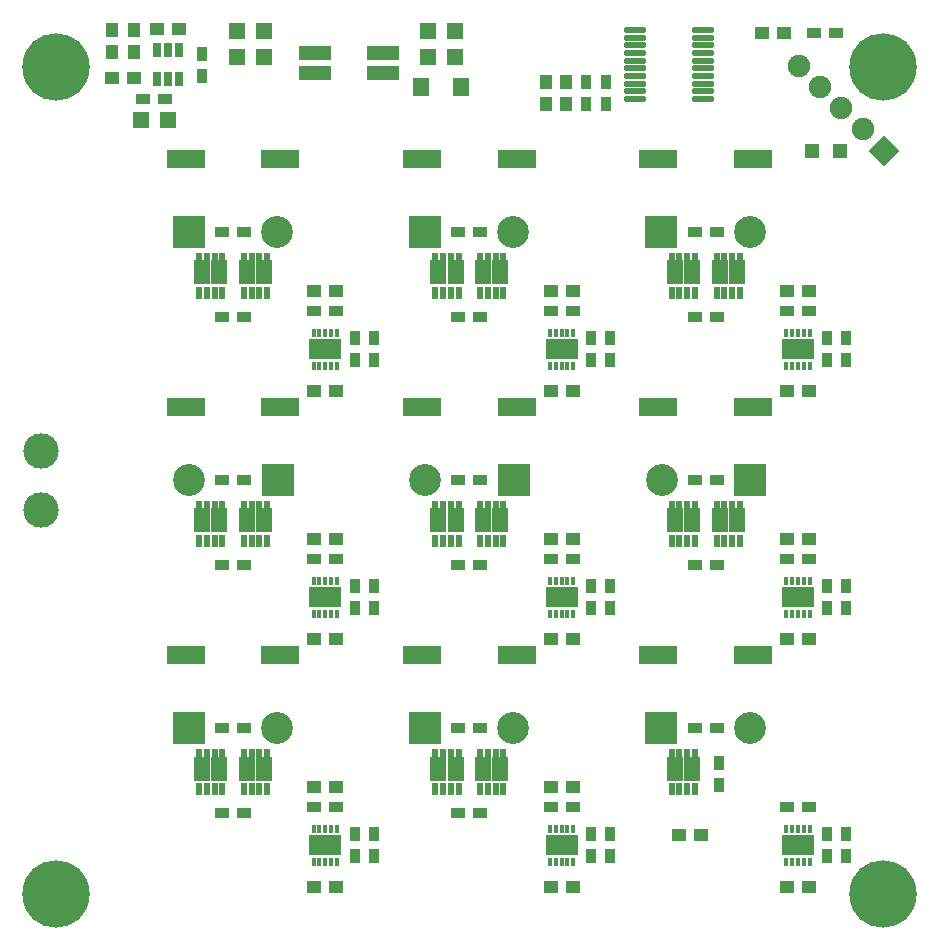
<source format=gts>
G04*
G04 #@! TF.GenerationSoftware,Altium Limited,Altium Designer,23.3.1 (30)*
G04*
G04 Layer_Color=8388736*
%FSLAX25Y25*%
%MOIN*%
G70*
G04*
G04 #@! TF.SameCoordinates,CC060F13-8039-4013-9EB4-17962B1888DE*
G04*
G04*
G04 #@! TF.FilePolarity,Negative*
G04*
G01*
G75*
%ADD36R,0.05524X0.06312*%
%ADD37R,0.05524X0.06312*%
%ADD38R,0.05800X0.05800*%
%ADD39R,0.10642X0.05131*%
%ADD40R,0.01581X0.02959*%
%ADD41R,0.10636X0.06896*%
%ADD42R,0.04800X0.03800*%
%ADD43R,0.04800X0.03950*%
%ADD44R,0.04737X0.04737*%
%ADD45R,0.03950X0.04800*%
%ADD46R,0.03800X0.04800*%
%ADD47R,0.02375X0.03950*%
%ADD48R,0.05524X0.07887*%
%ADD49R,0.12611X0.05918*%
%ADD50R,0.03162X0.05131*%
%ADD51O,0.07493X0.02178*%
%ADD52C,0.11824*%
%ADD53C,0.07493*%
%ADD54P,0.10597X4X180.0*%
%ADD55C,0.10642*%
%ADD56R,0.10642X0.10642*%
%ADD57C,0.22453*%
D36*
X141339Y288583D02*
D03*
D37*
X154724D02*
D03*
D38*
X143532Y298425D02*
D03*
X152532D02*
D03*
X143532Y307087D02*
D03*
X152532D02*
D03*
X80146Y298425D02*
D03*
X89146D02*
D03*
X80146Y307087D02*
D03*
X89146D02*
D03*
X56862Y277559D02*
D03*
X47862D02*
D03*
D39*
X105905Y299803D02*
D03*
Y293110D02*
D03*
X128740Y299803D02*
D03*
Y293110D02*
D03*
D40*
X262993Y41339D02*
D03*
X264961D02*
D03*
X262992Y30315D02*
D03*
X270867Y41339D02*
D03*
X268898D02*
D03*
X266929D02*
D03*
X264961Y30315D02*
D03*
X266929D02*
D03*
X268898D02*
D03*
X270867D02*
D03*
X105514Y124016D02*
D03*
X107482D02*
D03*
X105513Y112992D02*
D03*
X113388Y124016D02*
D03*
X111419D02*
D03*
X109450D02*
D03*
X107482Y112992D02*
D03*
X109450D02*
D03*
X111419D02*
D03*
X113388D02*
D03*
X192127Y30315D02*
D03*
X190157D02*
D03*
X188189D02*
D03*
X186221D02*
D03*
X188189Y41339D02*
D03*
X190157D02*
D03*
X192127D02*
D03*
X184251Y30315D02*
D03*
X186221Y41339D02*
D03*
X184253D02*
D03*
X270867Y195669D02*
D03*
X268898D02*
D03*
X266929D02*
D03*
X264961D02*
D03*
X266929Y206693D02*
D03*
X268898D02*
D03*
X270867D02*
D03*
X262992Y195669D02*
D03*
X264961Y206693D02*
D03*
X262993D02*
D03*
X192127Y195669D02*
D03*
X190157D02*
D03*
X188189D02*
D03*
X186221D02*
D03*
X188189Y206693D02*
D03*
X190157D02*
D03*
X192127D02*
D03*
X184251Y195669D02*
D03*
X186221Y206693D02*
D03*
X184253D02*
D03*
X113388Y195669D02*
D03*
X111419D02*
D03*
X109450D02*
D03*
X107482D02*
D03*
X109450Y206693D02*
D03*
X111419D02*
D03*
X113388D02*
D03*
X105513Y195669D02*
D03*
X107482Y206693D02*
D03*
X105514D02*
D03*
X270867Y112992D02*
D03*
X268898D02*
D03*
X266929D02*
D03*
X264961D02*
D03*
X266929Y124016D02*
D03*
X268898D02*
D03*
X270867D02*
D03*
X262992Y112992D02*
D03*
X264961Y124016D02*
D03*
X262993D02*
D03*
X192127Y112992D02*
D03*
X190157D02*
D03*
X188189D02*
D03*
X186221D02*
D03*
X188189Y124016D02*
D03*
X190157D02*
D03*
X192127D02*
D03*
X184251Y112992D02*
D03*
X186221Y124016D02*
D03*
X184253D02*
D03*
X113388Y30315D02*
D03*
X111419D02*
D03*
X109450D02*
D03*
X107482D02*
D03*
X109450Y41339D02*
D03*
X111419D02*
D03*
X113388D02*
D03*
X105513Y30315D02*
D03*
X107482Y41339D02*
D03*
X105514D02*
D03*
D41*
X266928Y35827D02*
D03*
X109449Y118504D02*
D03*
X188188Y35827D02*
D03*
X266928Y201181D02*
D03*
X188188D02*
D03*
X109449D02*
D03*
X266928Y118504D02*
D03*
X188188D02*
D03*
X109449Y35827D02*
D03*
D42*
X272334Y306693D02*
D03*
X279634D02*
D03*
X75090Y46457D02*
D03*
X82390D02*
D03*
X75090Y129134D02*
D03*
X82390D02*
D03*
X153830D02*
D03*
X161130D02*
D03*
X191839Y48425D02*
D03*
X184539D02*
D03*
X232571Y240158D02*
D03*
X239871D02*
D03*
X153830D02*
D03*
X161130D02*
D03*
X75090D02*
D03*
X82390D02*
D03*
X232571Y157480D02*
D03*
X239871D02*
D03*
X153830D02*
D03*
X161130D02*
D03*
X75090D02*
D03*
X82390D02*
D03*
X75090Y74803D02*
D03*
X82390D02*
D03*
X153830D02*
D03*
X161130D02*
D03*
X232571D02*
D03*
X239871D02*
D03*
X161130Y46457D02*
D03*
X153830D02*
D03*
X263279Y48425D02*
D03*
X270579D02*
D03*
Y213779D02*
D03*
X263279D02*
D03*
X191839D02*
D03*
X184539D02*
D03*
X270579Y131102D02*
D03*
X263279D02*
D03*
X113099Y213779D02*
D03*
X105799D02*
D03*
X191839Y131102D02*
D03*
X184539D02*
D03*
X113099D02*
D03*
X105799D02*
D03*
X113100Y48425D02*
D03*
X105800D02*
D03*
X56012Y284646D02*
D03*
X48712D02*
D03*
X82390Y211811D02*
D03*
X75090D02*
D03*
X161130D02*
D03*
X153830D02*
D03*
X239871D02*
D03*
X232571D02*
D03*
X239871Y129134D02*
D03*
X232571D02*
D03*
D43*
X262311Y306693D02*
D03*
X255011D02*
D03*
X38476Y291732D02*
D03*
X45776D02*
D03*
X60737Y307874D02*
D03*
X53437D02*
D03*
X184539Y22047D02*
D03*
X191839D02*
D03*
Y55118D02*
D03*
X184539D02*
D03*
X113099Y22047D02*
D03*
X105799D02*
D03*
X234752Y39370D02*
D03*
X227452D02*
D03*
X270579Y22047D02*
D03*
X263279D02*
D03*
Y187402D02*
D03*
X270579D02*
D03*
X263279Y220472D02*
D03*
X270579D02*
D03*
X184539Y187402D02*
D03*
X191839D02*
D03*
X184539Y220472D02*
D03*
X191839D02*
D03*
X263279Y137795D02*
D03*
X270579D02*
D03*
X263279Y104724D02*
D03*
X270579D02*
D03*
X105799Y187402D02*
D03*
X113099D02*
D03*
X105799Y220472D02*
D03*
X113099D02*
D03*
X184539Y137795D02*
D03*
X191839D02*
D03*
X184539Y104724D02*
D03*
X191839D02*
D03*
X105799D02*
D03*
X113099D02*
D03*
X105799Y137795D02*
D03*
X113099D02*
D03*
X105800Y55118D02*
D03*
X113100D02*
D03*
D44*
X281102Y267323D02*
D03*
X271654D02*
D03*
D45*
X38189Y307587D02*
D03*
Y300287D02*
D03*
X45669D02*
D03*
Y307587D02*
D03*
X189764Y282964D02*
D03*
Y290264D02*
D03*
X183071Y282964D02*
D03*
Y290264D02*
D03*
D46*
X240551Y55799D02*
D03*
Y63099D02*
D03*
X276772Y122154D02*
D03*
Y114854D02*
D03*
X283071Y122154D02*
D03*
Y114854D02*
D03*
X276772Y32177D02*
D03*
Y39477D02*
D03*
X283071Y32177D02*
D03*
Y39477D02*
D03*
X198031Y32177D02*
D03*
Y39477D02*
D03*
X204331Y32177D02*
D03*
Y39477D02*
D03*
X283071Y197531D02*
D03*
Y204831D02*
D03*
X276772Y197531D02*
D03*
Y204831D02*
D03*
X204331Y197531D02*
D03*
Y204831D02*
D03*
X198031Y197531D02*
D03*
Y204831D02*
D03*
X125591Y197531D02*
D03*
Y204831D02*
D03*
X119291Y197531D02*
D03*
Y204831D02*
D03*
X204331Y114854D02*
D03*
Y122154D02*
D03*
X198031Y114854D02*
D03*
Y122154D02*
D03*
X125591Y114854D02*
D03*
Y122154D02*
D03*
X119291Y114854D02*
D03*
Y122154D02*
D03*
X119293Y32177D02*
D03*
Y39477D02*
D03*
X125592Y32177D02*
D03*
Y39477D02*
D03*
X196457Y282964D02*
D03*
Y290264D02*
D03*
X203150Y282964D02*
D03*
Y290264D02*
D03*
X68504Y292413D02*
D03*
Y299713D02*
D03*
D47*
X232579Y66023D02*
D03*
X230020Y54449D02*
D03*
Y66023D02*
D03*
X224902D02*
D03*
Y54449D02*
D03*
X227461D02*
D03*
Y66023D02*
D03*
X232579Y54449D02*
D03*
X153839Y66023D02*
D03*
X151279Y54449D02*
D03*
Y66023D02*
D03*
X146161D02*
D03*
Y54449D02*
D03*
X148721D02*
D03*
Y66023D02*
D03*
X153839Y54449D02*
D03*
X168799D02*
D03*
X163681Y66023D02*
D03*
Y54449D02*
D03*
X161122D02*
D03*
Y66023D02*
D03*
X166240D02*
D03*
Y54449D02*
D03*
X168799Y66023D02*
D03*
X75098D02*
D03*
X72539Y54449D02*
D03*
Y66023D02*
D03*
X67421D02*
D03*
Y54449D02*
D03*
X69980D02*
D03*
Y66023D02*
D03*
X75098Y54449D02*
D03*
X90059D02*
D03*
X84941Y66023D02*
D03*
Y54449D02*
D03*
X82382D02*
D03*
Y66023D02*
D03*
X87500D02*
D03*
Y54449D02*
D03*
X90059Y66023D02*
D03*
Y148700D02*
D03*
X87500Y137126D02*
D03*
Y148700D02*
D03*
X82382D02*
D03*
Y137126D02*
D03*
X84941D02*
D03*
Y148700D02*
D03*
X90059Y137126D02*
D03*
X75098D02*
D03*
X69980Y148700D02*
D03*
Y137126D02*
D03*
X67421D02*
D03*
Y148700D02*
D03*
X72539D02*
D03*
Y137126D02*
D03*
X75098Y148700D02*
D03*
X168799D02*
D03*
X166240Y137126D02*
D03*
Y148700D02*
D03*
X161122D02*
D03*
Y137126D02*
D03*
X163681D02*
D03*
Y148700D02*
D03*
X168799Y137126D02*
D03*
X153839D02*
D03*
X148721Y148700D02*
D03*
Y137126D02*
D03*
X146161D02*
D03*
Y148700D02*
D03*
X151279D02*
D03*
Y137126D02*
D03*
X153839Y148700D02*
D03*
X247539D02*
D03*
X244980Y137126D02*
D03*
Y148700D02*
D03*
X239862D02*
D03*
Y137126D02*
D03*
X242421D02*
D03*
Y148700D02*
D03*
X247539Y137126D02*
D03*
X232579D02*
D03*
X227461Y148700D02*
D03*
Y137126D02*
D03*
X224902D02*
D03*
Y148700D02*
D03*
X230020D02*
D03*
Y137126D02*
D03*
X232579Y148700D02*
D03*
Y231378D02*
D03*
X230020Y219804D02*
D03*
Y231378D02*
D03*
X224902D02*
D03*
Y219804D02*
D03*
X227461D02*
D03*
Y231378D02*
D03*
X232579Y219804D02*
D03*
X247539D02*
D03*
X242421Y231378D02*
D03*
Y219804D02*
D03*
X239862D02*
D03*
Y231378D02*
D03*
X244980D02*
D03*
Y219804D02*
D03*
X247539Y231378D02*
D03*
X153839D02*
D03*
X151279Y219804D02*
D03*
Y231378D02*
D03*
X146161D02*
D03*
Y219804D02*
D03*
X148721D02*
D03*
Y231378D02*
D03*
X153839Y219804D02*
D03*
X168799D02*
D03*
X163681Y231378D02*
D03*
Y219804D02*
D03*
X161122D02*
D03*
Y231378D02*
D03*
X166240D02*
D03*
Y219804D02*
D03*
X168799Y231378D02*
D03*
X75098D02*
D03*
X72539Y219804D02*
D03*
Y231378D02*
D03*
X67421D02*
D03*
Y219804D02*
D03*
X69980D02*
D03*
Y231378D02*
D03*
X75098Y219804D02*
D03*
X90059D02*
D03*
X84941Y231378D02*
D03*
Y219804D02*
D03*
X82382D02*
D03*
Y231378D02*
D03*
X87500D02*
D03*
Y219804D02*
D03*
X90059Y231378D02*
D03*
D48*
X231594Y61417D02*
D03*
X225886D02*
D03*
X152854D02*
D03*
X147146D02*
D03*
X162106D02*
D03*
X167815D02*
D03*
X74114D02*
D03*
X68405D02*
D03*
X83366D02*
D03*
X89075D02*
D03*
Y144095D02*
D03*
X83366D02*
D03*
X68405D02*
D03*
X74114D02*
D03*
X167815D02*
D03*
X162106D02*
D03*
X147146D02*
D03*
X152854D02*
D03*
X246555D02*
D03*
X240846D02*
D03*
X225886D02*
D03*
X231594D02*
D03*
Y226772D02*
D03*
X225886D02*
D03*
X240846D02*
D03*
X246555D02*
D03*
X152854D02*
D03*
X147146D02*
D03*
X162106D02*
D03*
X167815D02*
D03*
X74114D02*
D03*
X68405D02*
D03*
X83366D02*
D03*
X89075D02*
D03*
D49*
X220472Y99213D02*
D03*
X251969D02*
D03*
X173228Y99213D02*
D03*
X141732D02*
D03*
X251969Y264567D02*
D03*
X220472D02*
D03*
X173228D02*
D03*
X141732D02*
D03*
X94488D02*
D03*
X62992D02*
D03*
X220472Y181890D02*
D03*
X251969D02*
D03*
X141732D02*
D03*
X173228D02*
D03*
X62992D02*
D03*
X94488D02*
D03*
Y99213D02*
D03*
X62992D02*
D03*
D50*
X60827Y300787D02*
D03*
X57087D02*
D03*
X53346D02*
D03*
Y291339D02*
D03*
X57087D02*
D03*
X60827D02*
D03*
D51*
X212795Y307579D02*
D03*
X212795Y305020D02*
D03*
X212795Y302461D02*
D03*
X212795Y299902D02*
D03*
Y297342D02*
D03*
Y294783D02*
D03*
Y292224D02*
D03*
X212795Y289665D02*
D03*
X212795Y287106D02*
D03*
X212795Y284547D02*
D03*
X235236Y307579D02*
D03*
X235236Y305020D02*
D03*
X235236Y302461D02*
D03*
X235236Y299902D02*
D03*
Y297342D02*
D03*
Y294783D02*
D03*
Y292224D02*
D03*
X235236Y289665D02*
D03*
X235236Y287106D02*
D03*
X235236Y284547D02*
D03*
D52*
X14764Y147636D02*
D03*
Y167321D02*
D03*
D53*
X267354Y295638D02*
D03*
X274425Y288567D02*
D03*
X281496Y281496D02*
D03*
X288567Y274425D02*
D03*
D54*
X295638Y267354D02*
D03*
D55*
X172126Y74803D02*
D03*
X250866D02*
D03*
X93386D02*
D03*
X142835Y157480D02*
D03*
X221575D02*
D03*
X64095D02*
D03*
X250866Y240158D02*
D03*
X172126D02*
D03*
X93386D02*
D03*
D56*
X142598Y74803D02*
D03*
X221339D02*
D03*
X63858D02*
D03*
X172362Y157480D02*
D03*
X251102D02*
D03*
X93622D02*
D03*
X221339Y240158D02*
D03*
X142598D02*
D03*
X63858D02*
D03*
D57*
X295276Y295276D02*
D03*
X19685D02*
D03*
X295276Y19685D02*
D03*
X19685D02*
D03*
M02*

</source>
